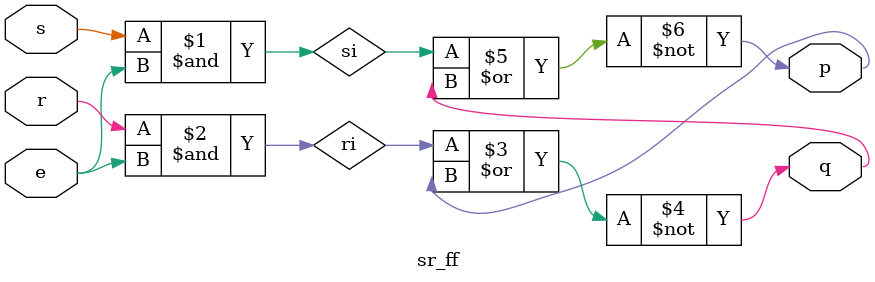
<source format=v>
module sr_ff(q, p, e, s, r);

   input  s, r, e;
   output q, p;
   wire   si, ri;

   and(si, s, e);
   and(ri, r, e);
   nor(q, ri, p);
   nor(p, si, q);
   
endmodule

</source>
